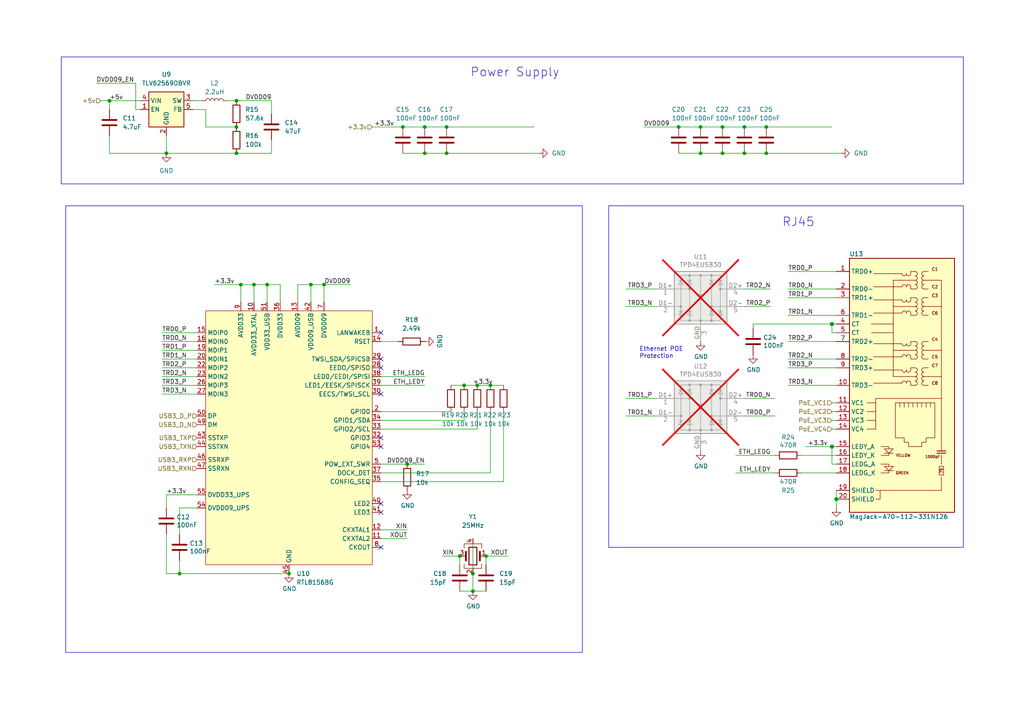
<source format=kicad_sch>
(kicad_sch (version 20250114) (generator "eeschema") (generator_version "9.0")
  (paper "A4")
  (title_block (title "Router Pi - 2.5Gb Ethernet"))
  (lib_symbols
    (symbol "CM5IO:MagJack-A70-112-331N126"
      (property "Reference" "U" (at 0 0 0))
      (property "Value" "MagJack-A70-112-331N126" (at 0 0 0))
      (symbol "MagJack-A70-112-331N126_1_1"
        (text "YELLOW" (at -4.445 17.78 0) (effects (font (size 0.762 0.762)) (justify left)))
        (text "GREEN" (at -4.445 12.7 0) (effects (font (size 0.762 0.762)) (justify left)))
        (text "1000pF" (at 6.35 17.399 0) (effects (font (size 0.762 0.762))))
        (text "C1" (at 6.985 71.755 0) (effects (font (size 0.889 0.889))))
        (text "C2" (at 6.985 66.675 0) (effects (font (size 0.889 0.889))))
        (text "C3" (at 6.985 64.135 0) (effects (font (size 0.889 0.889))))
        (text "C6" (at 6.985 59.055 0) (effects (font (size 0.889 0.889))))
        (text "C4" (at 6.985 51.435 0) (effects (font (size 0.889 0.889))))
        (text "C5" (at 6.985 46.355 0) (effects (font (size 0.889 0.889))))
        (text "C7" (at 6.985 43.815 0) (effects (font (size 0.889 0.889))))
        (text "C8" (at 6.985 38.735 0) (effects (font (size 0.889 0.889))))
        (text "75" (at 8.89 13.335 900) (effects (font (size 0.762 0.762))))
        (pin passive line (at -21.59 71.12 0) (length 3.81) (name "TRD0+") (number "1"))
        (pin passive line (at -21.59 66.04 0) (length 3.81) (name "TRD0-") (number "2"))
        (pin passive line (at -21.59 63.5 0) (length 3.81) (name "TRD1+") (number "3"))
        (pin passive line (at -21.59 58.42 0) (length 3.81) (name "TRD1-") (number "6"))
        (pin passive line (at -21.59 55.88 0) (length 3.81) (name "CT") (number "4"))
        (pin passive line (at -21.59 53.34 0) (length 3.81) (name "CT") (number "5"))
        (pin passive line (at -21.59 50.8 0) (length 3.81) (name "TRD2+") (number "7"))
        (pin passive line (at -21.59 45.72 0) (length 3.81) (name "TRD2-") (number "8"))
        (pin passive line (at -21.59 43.18 0) (length 3.81) (name "TRD3+") (number "9"))
        (pin passive line (at -21.59 38.1 0) (length 3.81) (name "TRD3-") (number "10"))
        (pin passive line (at -21.59 33.02 0) (length 3.81) (name "VC1") (number "11"))
        (pin passive line (at -21.59 30.48 0) (length 3.81) (name "VC2") (number "12"))
        (pin passive line (at -21.59 27.94 0) (length 3.81) (name "VC3") (number "13"))
        (pin passive line (at -21.59 25.4 0) (length 3.81) (name "VC4") (number "14"))
        (pin passive line (at -21.59 20.32 0) (length 3.81) (name "LEDY_A") (number "15"))
        (pin passive line (at -21.59 17.78 0) (length 3.81) (name "LEDY_K") (number "16"))
        (pin passive line (at -21.59 15.24 0) (length 3.81) (name "LEDG_A") (number "17"))
        (pin passive line (at -21.59 12.7 0) (length 3.81) (name "LEDG_K") (number "18"))
        (pin passive line (at -21.59 7.62 0) (length 3.81) (name "SHIELD") (number "19"))
        (pin passive line (at -21.59 5.08 0) (length 3.81) (name "SHIELD") (number "20"))
      )
    )
    (symbol "CM5IO:TPD4EUSB30" (pin_names (offset 0))
      (property "Reference" "U" (at -0.635 8.89 0))
      (property "Value" "TPD4EUSB30" (at 8.89 -10.16 0))
      (symbol "TPD4EUSB30_1_1"
        (pin passive line (at -12.7 2.54 0) (length 5.08) (name "D1+") (number "1"))
        (pin passive line (at -12.7 2.54 0) (length 5.08) (hide yes) (name "~") (number "10"))
        (pin passive line (at -12.7 -2.54 0) (length 5.08) (name "D1-") (number "2"))
        (pin passive line (at -12.7 -2.54 0) (length 5.08) (hide yes) (name "~") (number "9"))
        (pin power_in line (at 0 -12.7 90) (length 5.08) (name "GND") (number "3"))
        (pin passive line (at 0 -12.7 90) (length 5.08) (hide yes) (name "GND") (number "8"))
        (pin passive line (at 12.7 2.54 180) (length 5.08) (name "D2+") (number "4"))
        (pin passive line (at 12.7 2.54 180) (length 5.08) (hide yes) (name "~") (number "7"))
        (pin passive line (at 12.7 -2.54 180) (length 5.08) (name "D2-") (number "5"))
        (pin passive line (at 12.7 -2.54 180) (length 5.08) (hide yes) (name "~") (number "6"))
      )
    )
    (symbol "Device:C" (pin_numbers (hide yes)) (pin_names (offset 0.254))
      (property "Reference" "C" (at 0.635 2.54 0))
      (property "Value" "C" (at 0.635 -2.54 0))
      (symbol "C_1_1"
        (pin passive line (at 0 3.81 270) (length 2.794) (name "~") (number "1"))
        (pin passive line (at 0 -3.81 90) (length 2.794) (name "~") (number "2"))
      )
    )
    (symbol "Device:Crystal_GND24" (pin_names (offset 1.016) (hide yes))
      (property "Reference" "Y" (at 3.175 5.08 0))
      (property "Value" "Crystal_GND24" (at 3.175 3.175 0))
      (symbol "Crystal_GND24_1_1"
        (pin passive line (at -3.81 0 0) (length 1.27) (name "1") (number "1"))
        (pin passive line (at 0 5.08 270) (length 1.27) (name "2") (number "2"))
        (pin passive line (at 0 -5.08 90) (length 1.27) (name "4") (number "4"))
        (pin passive line (at 3.81 0 180) (length 1.27) (name "3") (number "3"))
      )
    )
    (symbol "Device:L" (pin_numbers (hide yes)) (pin_names (offset 1.016) (hide yes))
      (property "Reference" "L" (at -1.27 0 90))
      (property "Value" "L" (at 1.905 0 90))
      (symbol "L_1_1"
        (pin passive line (at 0 3.81 270) (length 1.27) (name "1") (number "1"))
        (pin passive line (at 0 -3.81 90) (length 1.27) (name "2") (number "2"))
      )
    )
    (symbol "Device:R" (pin_numbers (hide yes)) (pin_names (offset 0))
      (property "Reference" "R" (at 2.032 0 90))
      (property "Value" "R" (at 0 0 90))
      (symbol "R_1_1"
        (pin passive line (at 0 3.81 270) (length 1.27) (name "~") (number "1"))
        (pin passive line (at 0 -3.81 90) (length 1.27) (name "~") (number "2"))
      )
    )
    (symbol "ROUTER-PI:RTL8156B"
      (property "Reference" "U" (at 0 0 0))
      (property "Value" "RTL8156BG" (at 0 0 0))
      (symbol "RTL8156B_1_1"
        (pin bidirectional line (at -26.67 30.48 0) (length 2.54) (name "MDIP0") (number "15"))
        (pin bidirectional line (at -26.67 27.94 0) (length 2.54) (name "MDIN0") (number "16"))
        (pin bidirectional line (at -26.67 25.4 0) (length 2.54) (name "MDIP1") (number "19"))
        (pin bidirectional line (at -26.67 22.86 0) (length 2.54) (name "MDIN1") (number "20"))
        (pin bidirectional line (at -26.67 20.32 0) (length 2.54) (name "MDIP2") (number "22"))
        (pin bidirectional line (at -26.67 17.78 0) (length 2.54) (name "MDIN2") (number "23"))
        (pin bidirectional line (at -26.67 15.24 0) (length 2.54) (name "MDIP3") (number "26"))
        (pin bidirectional line (at -26.67 12.7 0) (length 2.54) (name "MDIN3") (number "27"))
        (pin bidirectional line (at -26.67 6.35 0) (length 2.54) (name "DP") (number "50"))
        (pin bidirectional line (at -26.67 3.81 0) (length 2.54) (name "DM") (number "49"))
        (pin output line (at -26.67 0 0) (length 2.54) (name "SSTXP") (number "43"))
        (pin output line (at -26.67 -2.54 0) (length 2.54) (name "SSTXN") (number "44"))
        (pin output line (at -26.67 -6.35 0) (length 2.54) (name "SSRXP") (number "46"))
        (pin output line (at -26.67 -8.89 0) (length 2.54) (name "SSRXN") (number "47"))
        (pin input line (at -26.67 -16.51 0) (length 2.54) (name "DVDD33_UPS") (number "55"))
        (pin output line (at -26.67 -20.32 0) (length 2.54) (name "DVDD09_UPS") (number "54"))
        (pin no_connect line (at -26.67 -26.67 0) (length 2.54) (hide yes) (name "NC") (number "3"))
        (pin no_connect line (at -26.67 -26.67 0) (length 2.54) (hide yes) (name "NC") (number "4"))
        (pin no_connect line (at -26.67 -26.67 0) (length 2.54) (hide yes) (name "NC") (number "6"))
        (pin input line (at -13.97 39.37 270) (length 2.54) (hide yes) (name "AVDD33") (number "17"))
        (pin input line (at -13.97 39.37 270) (length 2.54) (hide yes) (name "AVDD33") (number "21"))
        (pin input line (at -13.97 39.37 270) (length 2.54) (hide yes) (name "AVDD33") (number "25"))
        (pin input line (at -13.97 39.37 270) (length 2.54) (name "AVDD33") (number "9"))
        (pin input line (at -10.16 39.37 270) (length 2.54) (name "AVDD33_XTAL") (number "10"))
        (pin input line (at -6.35 39.37 270) (length 2.54) (name "VDD33_USB") (number "51"))
        (pin input line (at -2.54 39.37 270) (length 2.54) (name "DVDD33") (number "36"))
        (pin input line (at 0 -39.37 90) (length 2.54) (name "GND") (number "45"))
        (pin input line (at 0 -39.37 90) (length 2.54) (hide yes) (name "GND") (number "48"))
        (pin input line (at 0 -39.37 90) (length 2.54) (hide yes) (name "GND") (number "57"))
        (pin input line (at 2.54 39.37 270) (length 2.54) (name "AVDD09") (number "13"))
        (pin input line (at 2.54 39.37 270) (length 2.54) (hide yes) (name "AVDD09") (number "18"))
        (pin input line (at 2.54 39.37 270) (length 2.54) (hide yes) (name "AVDD09") (number "24"))
        (pin input line (at 6.35 39.37 270) (length 2.54) (name "VDD09_USB") (number "42"))
        (pin input line (at 6.35 39.37 270) (length 2.54) (hide yes) (name "VDD09_USB") (number "52"))
        (pin input line (at 10.16 39.37 270) (length 2.54) (hide yes) (name "DVDD09") (number "31"))
        (pin input line (at 10.16 39.37 270) (length 2.54) (hide yes) (name "DVDD09") (number "56"))
        (pin input line (at 10.16 39.37 270) (length 2.54) (name "DVDD09") (number "7"))
        (pin open_collector line (at 26.67 30.48 180) (length 2.54) (name "LANWAKEB") (number "1"))
        (pin input line (at 26.67 27.94 180) (length 2.54) (name "RSET") (number "14"))
        (pin bidirectional line (at 26.67 22.86 180) (length 2.54) (name "TWSI_SDA/SPICSB") (number "29"))
        (pin bidirectional line (at 26.67 20.32 180) (length 2.54) (name "EEDO/SPISO") (number "28"))
        (pin bidirectional line (at 26.67 17.78 180) (length 2.54) (name "LED0/EEDI/SPISI") (number "38"))
        (pin bidirectional line (at 26.67 15.24 180) (length 2.54) (name "LED1/EESK/SPISCK") (number "39"))
        (pin bidirectional line (at 26.67 12.7 180) (length 2.54) (name "EECS/TWSI_SCL") (number "30"))
        (pin bidirectional line (at 26.67 7.62 180) (length 2.54) (name "GPIO0") (number "2"))
        (pin bidirectional line (at 26.67 5.08 180) (length 2.54) (name "GPIO1/SDA") (number "34"))
        (pin bidirectional line (at 26.67 2.54 180) (length 2.54) (name "GPIO2/SCL") (number "33"))
        (pin bidirectional line (at 26.67 0 180) (length 2.54) (name "GPIO3") (number "32"))
        (pin bidirectional line (at 26.67 -2.54 180) (length 2.54) (name "GPIO4") (number "53"))
        (pin output line (at 26.67 -7.62 180) (length 2.54) (name "POW_EXT_SWR") (number "5"))
        (pin input line (at 26.67 -10.16 180) (length 2.54) (name "DOCK_DET") (number "37"))
        (pin input line (at 26.67 -12.7 180) (length 2.54) (name "CONFIG_SEQ") (number "35"))
        (pin output line (at 26.67 -19.05 180) (length 2.54) (name "LED2") (number "40"))
        (pin output line (at 26.67 -21.59 180) (length 2.54) (name "LED3") (number "41"))
        (pin input line (at 26.67 -26.67 180) (length 2.54) (name "CKXTAL1") (number "12"))
        (pin input line (at 26.67 -29.21 180) (length 2.54) (name "CKXTAL2") (number "11"))
        (pin output line (at 26.67 -31.75 180) (length 2.54) (name "CKOUT") (number "8"))
      )
    )
    (symbol "Regulator_Switching:TLV62569DBV"
      (property "Reference" "U" (at -5.08 6.35 0))
      (property "Value" "TLV62569DBV" (at 0 6.35 0))
      (symbol "TLV62569DBV_1_1"
        (pin power_in line (at -7.62 2.54 0) (length 2.54) (name "VIN") (number "4"))
        (pin input line (at -7.62 0 0) (length 2.54) (name "EN") (number "1"))
        (pin power_in line (at 0 -7.62 90) (length 2.54) (name "GND") (number "2"))
        (pin power_out line (at 7.62 2.54 180) (length 2.54) (name "SW") (number "3"))
        (pin input line (at 7.62 0 180) (length 2.54) (name "FB") (number "5"))
      )
    )
    (symbol "power:GND" (power) (pin_numbers (hide yes)) (pin_names (offset 0) (hide yes))
      (property "Value" "GND" (at 0 -3.81 0))
      (symbol "GND_1_1"
        (pin power_in line (at 0 0 270) (length 0) (name "~") (number "1"))
      )
    )
  )
  (rectangle (start 17.78 16.51) (end 279.4 53.34))
  (rectangle (start 19.05 59.69) (end 168.91 189.23))
  (rectangle (start 176.53 59.69) (end 279.4 158.75))
  (text "Power Supply" (at 149.352 21.082 0) (effects (font (size 2.54 2.54))))
  (text "Ethernet POE\nProtection" (at 185.42 104.14 0) (effects (font (size 1.27 1.27)) (justify left bottom)))
  (text "RJ45" (at 226.822 66.04 0) (effects (font (size 2.54 2.54)) (justify left bottom)))
  (junction (at 118.11 134.62))
  (junction (at 123.19 44.45))
  (junction (at 142.24 111.76))
  (junction (at 83.82 166.37))
  (junction (at 116.84 36.83))
  (junction (at 138.43 111.76))
  (junction (at 222.25 44.45))
  (junction (at 73.66 82.55))
  (junction (at 129.54 36.83))
  (junction (at 134.62 111.76))
  (junction (at 196.85 36.83))
  (junction (at 222.25 36.83))
  (junction (at 77.47 82.55))
  (junction (at 93.98 82.55))
  (junction (at 68.58 44.45))
  (junction (at 140.97 161.29))
  (junction (at 31.75 29.21))
  (junction (at 137.16 166.37))
  (junction (at 52.07 166.37))
  (junction (at 68.58 36.83))
  (junction (at 242.57 144.78) (diameter 1.016))
  (junction (at 137.16 171.45))
  (junction (at 241.3 93.98) (diameter 1.016))
  (junction (at 133.35 161.29))
  (junction (at 68.58 29.21))
  (junction (at 90.17 82.55))
  (junction (at 123.19 36.83))
  (junction (at 48.26 44.45))
  (junction (at 209.55 36.83))
  (junction (at 69.85 82.55))
  (junction (at 203.2 36.83))
  (junction (at 241.3 129.54) (diameter 1.016))
  (junction (at 203.2 44.45))
  (junction (at 129.54 44.45))
  (junction (at 209.55 44.45))
  (junction (at 215.9 44.45))
  (junction (at 215.9 36.83))
  (no_connect (at 110.49 129.54))
  (no_connect (at 110.49 104.14))
  (no_connect (at 110.49 127))
  (no_connect (at 110.49 148.59))
  (no_connect (at 110.49 114.3))
  (no_connect (at 110.49 146.05))
  (no_connect (at 110.49 158.75))
  (no_connect (at 110.49 106.68))
  (no_connect (at 110.49 96.52))
  (wire (pts (xy 52.07 154.94) (xy 52.07 147.32)))
  (wire (pts (xy 215.9 120.65) (xy 224.79 120.65)))
  (wire (pts (xy 203.2 44.45) (xy 209.55 44.45)))
  (wire (pts (xy 52.07 162.56) (xy 52.07 166.37)))
  (wire (pts (xy 78.74 44.45) (xy 68.58 44.45)))
  (wire (pts (xy 137.16 166.37) (xy 137.16 171.45)))
  (wire (pts (xy 31.75 29.21) (xy 40.64 29.21)))
  (wire (pts (xy 57.15 143.51) (xy 48.26 143.51)))
  (wire (pts (xy 110.49 109.22) (xy 123.19 109.22)))
  (wire (pts (xy 134.62 121.92) (xy 110.49 121.92)))
  (wire (pts (xy 222.25 36.83) (xy 241.3 36.83)))
  (wire (pts (xy 228.6 106.68) (xy 242.57 106.68)))
  (wire (pts (xy 146.05 119.38) (xy 146.05 139.7)))
  (wire (pts (xy 129.54 44.45) (xy 156.21 44.45)))
  (wire (pts (xy 118.11 156.21) (xy 110.49 156.21)))
  (wire (pts (xy 146.05 139.7) (xy 110.49 139.7)))
  (wire (pts (xy 46.99 109.22) (xy 57.15 109.22)))
  (wire (pts (xy 31.75 44.45) (xy 48.26 44.45)))
  (wire (pts (xy 93.98 82.55) (xy 101.6 82.55)))
  (wire (pts (xy 48.26 44.45) (xy 48.26 39.37)))
  (wire (pts (xy 242.57 134.62) (xy 241.3 134.62)))
  (wire (pts (xy 242.57 144.78) (xy 242.57 147.32)))
  (wire (pts (xy 81.28 87.63) (xy 81.28 82.55)))
  (wire (pts (xy 77.47 82.55) (xy 81.28 82.55)))
  (wire (pts (xy 215.9 83.82) (xy 223.52 83.82)))
  (wire (pts (xy 86.36 87.63) (xy 86.36 82.55)))
  (wire (pts (xy 242.57 93.98) (xy 241.3 93.98)))
  (wire (pts (xy 196.85 36.83) (xy 203.2 36.83)))
  (wire (pts (xy 73.66 82.55) (xy 73.66 87.63)))
  (wire (pts (xy 46.99 101.6) (xy 57.15 101.6)))
  (wire (pts (xy 90.17 82.55) (xy 93.98 82.55)))
  (wire (pts (xy 190.5 120.65) (xy 181.61 120.65)))
  (wire (pts (xy 209.55 44.45) (xy 215.9 44.45)))
  (wire (pts (xy 241.3 116.84) (xy 242.57 116.84)))
  (wire (pts (xy 133.35 161.29) (xy 133.35 163.83)))
  (wire (pts (xy 69.85 82.55) (xy 69.85 87.63)))
  (wire (pts (xy 27.94 24.13) (xy 39.37 24.13)))
  (wire (pts (xy 138.43 124.46) (xy 110.49 124.46)))
  (wire (pts (xy 116.84 44.45) (xy 123.19 44.45)))
  (wire (pts (xy 215.9 88.9) (xy 223.52 88.9)))
  (wire (pts (xy 213.36 132.08) (xy 224.79 132.08)))
  (wire (pts (xy 29.21 29.21) (xy 31.75 29.21)))
  (wire (pts (xy 228.6 78.74) (xy 242.57 78.74)))
  (wire (pts (xy 46.99 106.68) (xy 57.15 106.68)))
  (wire (pts (xy 228.6 86.36) (xy 242.57 86.36)))
  (wire (pts (xy 48.26 166.37) (xy 52.07 166.37)))
  (wire (pts (xy 241.3 129.54) (xy 242.57 129.54)))
  (wire (pts (xy 110.49 119.38) (xy 130.81 119.38)))
  (wire (pts (xy 137.16 156.21) (xy 137.16 166.37)))
  (wire (pts (xy 209.55 36.83) (xy 215.9 36.83)))
  (wire (pts (xy 77.47 82.55) (xy 77.47 87.63)))
  (wire (pts (xy 46.99 111.76) (xy 57.15 111.76)))
  (wire (pts (xy 68.58 29.21) (xy 66.04 29.21)))
  (wire (pts (xy 232.41 137.16) (xy 242.57 137.16)))
  (wire (pts (xy 58.42 29.21) (xy 55.88 29.21)))
  (wire (pts (xy 241.3 134.62) (xy 241.3 129.54)))
  (wire (pts (xy 52.07 147.32) (xy 57.15 147.32)))
  (wire (pts (xy 52.07 166.37) (xy 83.82 166.37)))
  (wire (pts (xy 78.74 33.02) (xy 78.74 29.21)))
  (wire (pts (xy 140.97 161.29) (xy 140.97 163.83)))
  (wire (pts (xy 107.95 36.83) (xy 116.84 36.83)))
  (wire (pts (xy 39.37 31.75) (xy 40.64 31.75)))
  (wire (pts (xy 46.99 96.52) (xy 57.15 96.52)))
  (wire (pts (xy 215.9 44.45) (xy 222.25 44.45)))
  (wire (pts (xy 138.43 119.38) (xy 138.43 124.46)))
  (wire (pts (xy 59.69 31.75) (xy 59.69 36.83)))
  (wire (pts (xy 48.26 154.94) (xy 48.26 166.37)))
  (wire (pts (xy 181.61 83.82) (xy 190.5 83.82)))
  (wire (pts (xy 228.6 83.82) (xy 242.57 83.82)))
  (wire (pts (xy 142.24 119.38) (xy 142.24 137.16)))
  (wire (pts (xy 215.9 36.83) (xy 222.25 36.83)))
  (wire (pts (xy 228.6 111.76) (xy 242.57 111.76)))
  (wire (pts (xy 116.84 36.83) (xy 123.19 36.83)))
  (wire (pts (xy 241.3 96.52) (xy 241.3 93.98)))
  (wire (pts (xy 93.98 82.55) (xy 93.98 87.63)))
  (wire (pts (xy 48.26 143.51) (xy 48.26 147.32)))
  (wire (pts (xy 129.54 36.83) (xy 154.94 36.83)))
  (wire (pts (xy 46.99 99.06) (xy 57.15 99.06)))
  (wire (pts (xy 123.19 36.83) (xy 129.54 36.83)))
  (wire (pts (xy 78.74 40.64) (xy 78.74 44.45)))
  (wire (pts (xy 130.81 111.76) (xy 134.62 111.76)))
  (wire (pts (xy 142.24 111.76) (xy 146.05 111.76)))
  (wire (pts (xy 118.11 134.62) (xy 110.49 134.62)))
  (wire (pts (xy 46.99 114.3) (xy 57.15 114.3)))
  (wire (pts (xy 228.6 99.06) (xy 242.57 99.06)))
  (wire (pts (xy 181.61 115.57) (xy 190.5 115.57)))
  (wire (pts (xy 62.23 82.55) (xy 69.85 82.55)))
  (wire (pts (xy 123.19 134.62) (xy 118.11 134.62)))
  (wire (pts (xy 86.36 82.55) (xy 90.17 82.55)))
  (wire (pts (xy 218.44 93.98) (xy 241.3 93.98)))
  (wire (pts (xy 228.6 91.44) (xy 242.57 91.44)))
  (wire (pts (xy 138.43 111.76) (xy 142.24 111.76)))
  (wire (pts (xy 196.85 36.83) (xy 186.69 36.83)))
  (wire (pts (xy 133.35 171.45) (xy 137.16 171.45)))
  (wire (pts (xy 215.9 115.57) (xy 224.79 115.57)))
  (wire (pts (xy 196.85 44.45) (xy 203.2 44.45)))
  (wire (pts (xy 241.3 119.38) (xy 242.57 119.38)))
  (wire (pts (xy 31.75 39.37) (xy 31.75 44.45)))
  (wire (pts (xy 222.25 44.45) (xy 243.84 44.45)))
  (wire (pts (xy 110.49 111.76) (xy 123.19 111.76)))
  (wire (pts (xy 73.66 82.55) (xy 77.47 82.55)))
  (wire (pts (xy 228.6 104.14) (xy 242.57 104.14)))
  (wire (pts (xy 78.74 29.21) (xy 68.58 29.21)))
  (wire (pts (xy 232.41 132.08) (xy 242.57 132.08)))
  (wire (pts (xy 137.16 171.45) (xy 140.97 171.45)))
  (wire (pts (xy 203.2 36.83) (xy 209.55 36.83)))
  (wire (pts (xy 48.26 44.45) (xy 68.58 44.45)))
  (wire (pts (xy 90.17 82.55) (xy 90.17 87.63)))
  (wire (pts (xy 233.68 129.54) (xy 241.3 129.54)))
  (wire (pts (xy 140.97 161.29) (xy 147.32 161.29)))
  (wire (pts (xy 181.61 88.9) (xy 190.5 88.9)))
  (wire (pts (xy 241.3 124.46) (xy 242.57 124.46)))
  (wire (pts (xy 69.85 82.55) (xy 73.66 82.55)))
  (wire (pts (xy 128.27 161.29) (xy 133.35 161.29)))
  (wire (pts (xy 218.44 95.25) (xy 218.44 93.98)))
  (wire (pts (xy 123.19 44.45) (xy 129.54 44.45)))
  (wire (pts (xy 213.36 137.16) (xy 224.79 137.16)))
  (wire (pts (xy 134.62 119.38) (xy 134.62 121.92)))
  (wire (pts (xy 110.49 99.06) (xy 115.57 99.06)))
  (wire (pts (xy 59.69 36.83) (xy 68.58 36.83)))
  (wire (pts (xy 241.3 121.92) (xy 242.57 121.92)))
  (wire (pts (xy 142.24 137.16) (xy 110.49 137.16)))
  (wire (pts (xy 242.57 96.52) (xy 241.3 96.52)))
  (wire (pts (xy 39.37 24.13) (xy 39.37 31.75)))
  (wire (pts (xy 118.11 153.67) (xy 110.49 153.67)))
  (wire (pts (xy 31.75 31.75) (xy 31.75 29.21)))
  (wire (pts (xy 46.99 104.14) (xy 57.15 104.14)))
  (wire (pts (xy 134.62 111.76) (xy 138.43 111.76)))
  (wire (pts (xy 55.88 31.75) (xy 59.69 31.75)))
  (wire (pts (xy 242.57 142.24) (xy 242.57 144.78)))
  (label "TRD3_N" (at 46.99 114.3 0))
  (label "TRD0_P" (at 228.6 78.74 0))
  (label "TRD0_N" (at 223.52 115.57 180))
  (label "XOUT" (at 147.32 161.29 180))
  (label "ETH_LEDG" (at 123.19 109.22 180))
  (label "+3.3v" (at 137.16 111.76 0))
  (label "DVDD09" (at 78.74 29.21 180))
  (label "XIN" (at 118.11 153.67 180))
  (label "TRD0_N" (at 228.6 83.82 0))
  (label "+3.3v" (at 48.26 143.51 0))
  (label "DVDD09" (at 101.6 82.55 180))
  (label "TRD2_P" (at 46.99 106.68 0))
  (label "TRD0_P" (at 223.52 120.65 180))
  (label "TRD1_P" (at 189.23 115.57 180))
  (label "TRD2_N" (at 46.99 109.22 0))
  (label "TRD3_P" (at 189.23 83.82 180))
  (label "TRD0_N" (at 46.99 99.06 0))
  (label "TRD1_N" (at 189.23 120.65 180))
  (label "TRD0_P" (at 46.99 96.52 0))
  (label "+3.3v" (at 240.03 129.54 180))
  (label "TRD1_P" (at 46.99 101.6 0))
  (label "TRD2_P" (at 228.6 99.06 0))
  (label "TRD2_P" (at 223.52 88.9 180))
  (label "DVDD09_EN" (at 123.19 134.62 180))
  (label "TRD3_N" (at 189.23 88.9 180))
  (label "TRD3_P" (at 228.6 106.68 0))
  (label "TRD3_P" (at 46.99 111.76 0))
  (label "ETH_LEDY" (at 223.52 137.16 180))
  (label "TRD1_N" (at 46.99 104.14 0))
  (label "XOUT" (at 118.11 156.21 180))
  (label "TRD2_N" (at 228.6 104.14 0))
  (label "DVDD09" (at 186.69 36.83 0))
  (label "XIN" (at 128.27 161.29 0))
  (label "TRD1_N" (at 228.6 91.44 0))
  (label "DVDD09_EN" (at 27.94 24.13 0))
  (label "ETH_LEDG" (at 223.52 132.08 180))
  (label "TRD2_N" (at 223.52 83.82 180))
  (label "TRD3_N" (at 228.6 111.76 0))
  (label "+3.3v" (at 62.23 82.55 0))
  (label "+3.3v" (at 114.3 36.83 180))
  (label "TRD1_P" (at 228.6 86.36 0))
  (label "+5v" (at 31.75 29.21 0))
  (label "ETH_LEDY" (at 123.19 111.76 180))
  (hierarchical_label "USB3_TXN" (shape input) (at 57.15 129.54 180))
  (hierarchical_label "USB3_RXN" (shape input) (at 57.15 135.89 180))
  (hierarchical_label "USB3_TXP" (shape input) (at 57.15 127 180))
  (hierarchical_label "PoE_VC4" (shape input) (at 241.3 124.46 180))
  (hierarchical_label "PoE_VC2" (shape input) (at 241.3 119.38 180))
  (hierarchical_label "USB3_D_P" (shape input) (at 57.15 120.65 180))
  (hierarchical_label "PoE_VC1" (shape input) (at 241.3 116.84 180))
  (hierarchical_label "USB3_D_N" (shape input) (at 57.15 123.19 180))
  (hierarchical_label "+5v" (shape input) (at 29.21 29.21 180))
  (hierarchical_label "USB3_RXP" (shape input) (at 57.15 133.35 180))
  (hierarchical_label "+3.3v" (shape input) (at 107.95 36.83 180))
  (hierarchical_label "PoE_VC3" (shape input) (at 241.3 121.92 180))
  (symbol (lib_id "power:GND") (at 137.16 171.45 0) (unit 1)
    (property "Reference" "#PWR028" (effects (hide yes)))
    (property "Value" "GND" (at 137.287 175.8442 0))
    (property "Description" "Power symbol creates a global label with name \"GND\" , ground" (effects (hide yes)))
    (instances (project "CM5IO" (path "" (reference "#PWR028") (unit 1)) (path "" (reference "#PWR?") (unit 1))))
  )
  (symbol (lib_id "power:GND") (at 203.2 99.06 0) (unit 1)
    (property "Reference" "#PWR030" (effects (hide yes)))
    (property "Value" "GND" (at 203.327 103.4542 0))
    (property "Description" "Power symbol creates a global label with name \"GND\" , ground" (effects (hide yes)))
    (instances (project "CM5IO" (path "" (reference "#PWR030") (unit 1)) (path "" (reference "#PWR?") (unit 1))))
  )
  (symbol (lib_id "Device:C") (at 218.44 99.06 0) (unit 1)
    (property "Reference" "C24" (at 221.361 97.8916 0) (effects (justify left)))
    (property "Value" "100nF" (at 221.361 100.203 0) (effects (justify left)))
    (property "Footprint" "Capacitor_SMD:C_0603_1608Metric_Pad1.08x0.95mm_HandSolder" (effects (hide yes)))
    (property "Datasheet" "https://search.murata.co.jp/Ceramy/image/img/A01X/G101/ENG/GRM155R71C104KA88-01.pdf" (effects (hide yes)))
    (property "Field4" "Farnell" (effects (hide yes)))
    (property "Field5" "2611911" (effects (hide yes)))
    (property "Field6" "RM EMK105 B7104KV-F" (effects (hide yes)))
    (property "Field7" "TAIYO YUDEN EUROPE GMBH" (effects (hide yes)))
    (property "Part Description" "	0.1uF 10% 16V Ceramic Capacitor X7R 0402 (1005 Metric)" (effects (hide yes)))
    (property "Field8" "110091611" (effects (hide yes)))
    (instances (project "CM5IO" (path "" (reference "C24") (unit 1)) (path "" (reference "C?") (unit 1))))
  )
  (symbol (lib_id "Device:C") (at 222.25 40.64 0) (unit 1)
    (property "Reference" "C25" (at 220.218 31.75 0) (effects (justify left)))
    (property "Value" "100nF" (at 220.218 34.29 0) (effects (justify left)))
    (property "Footprint" "Capacitor_SMD:C_0603_1608Metric_Pad1.08x0.95mm_HandSolder" (effects (hide yes)))
    (property "Description" "Unpolarized capacitor" (effects (hide yes)))
    (instances (project "CM5IO" (path "" (reference "C25") (unit 1)) (path "" (reference "C?") (unit 1))))
  )
  (symbol (lib_id "Device:Crystal_GND24") (at 137.16 161.29 180) (unit 1)
    (property "Reference" "Y1" (at 137.16 149.86 0))
    (property "Value" "25MHz" (at 137.16 152.4 0))
    (property "Footprint" "Crystal:Crystal_SMD_3225-4Pin_3.2x2.5mm" (effects (hide yes)))
    (property "Description" "Four pin crystal, GND on pins 2 and 4" (effects (hide yes)))
    (instances (project "" (path "" (reference "Y1") (unit 1)) (path "" (reference "Y?") (unit 1))))
  )
  (symbol (lib_id "CM5IO:MagJack-A70-112-331N126") (at 264.16 149.86 0) (unit 1)
    (property "Reference" "U13" (at 246.38 73.66 0) (effects (justify left)))
    (property "Value" "MagJack-A70-112-331N126" (at 246.38 149.86 0) (effects (justify left)))
    (property "Footprint" "CM5IO:TRJG0926HENL" (effects (hide yes)))
    (property "Datasheet" "https://p.globalsources.com/IMAGES/PDT/SPEC/690/K1160305690.pdf" (effects (hide yes)))
    (property "Field6" "TRJG0926HENL" (effects (hide yes)))
    (property "Field7" "Trxcon" (effects (hide yes)))
    (property "Field8" "UCON00900" (effects (hide yes)))
    (property "Part Description" "Gigabit Ethernet Magjack" (effects (hide yes)))
    (property "Field5" "TRJG0926HENL" (effects (hide yes)))
    (instances (project "CM5IO" (path "" (reference "U13") (unit 1)) (path "" (reference "U?") (unit 1))))
  )
  (symbol (lib_id "Device:C") (at 129.54 40.64 0) (unit 1)
    (property "Reference" "C17" (at 127.508 31.75 0) (effects (justify left)))
    (property "Value" "100nF" (at 127.508 34.29 0) (effects (justify left)))
    (property "Footprint" "Capacitor_SMD:C_0603_1608Metric_Pad1.08x0.95mm_HandSolder" (effects (hide yes)))
    (property "Description" "Unpolarized capacitor" (effects (hide yes)))
    (instances (project "CM5IO" (path "" (reference "C17") (unit 1)) (path "" (reference "C?") (unit 1))))
  )
  (symbol (lib_id "power:GND") (at 48.26 44.45 0) (unit 1)
    (property "Reference" "#PWR024" (effects (hide yes)))
    (property "Value" "GND" (at 48.26 49.53 0))
    (property "Description" "Power symbol creates a global label with name \"GND\" , ground" (effects (hide yes)))
    (instances (project "" (path "" (reference "#PWR024") (unit 1)) (path "" (reference "#PWR?") (unit 1))))
  )
  (symbol (lib_id "Device:L") (at 62.23 29.21 90) (unit 1)
    (property "Reference" "L2" (at 62.23 24.13 90))
    (property "Value" "2.2uH" (at 62.23 26.67 90))
    (property "Footprint" "CM5IO:L_Bourns_SRP5030CC" (effects (hide yes)))
    (property "Datasheet" "https://abracon.com/Magnetics/power/ASPI-0530HI.pdf" (effects (hide yes)))
    (property "Description" "Inductor" (effects (hide yes)))
    (instances (project "" (path "" (reference "L2") (unit 1)) (path "" (reference "L?") (unit 1))))
  )
  (symbol (lib_id "Device:R") (at 228.6 132.08 270) (unit 1)
    (property "Reference" "R24" (at 228.6 126.8222 90))
    (property "Value" "470R" (at 228.6 129.1336 90))
    (property "Footprint" "Resistor_SMD:R_0603_1608Metric_Pad0.98x0.95mm_HandSolder" (effects (hide yes)))
    (property "Datasheet" "https://fscdn.rohm.com/en/products/databook/datasheet/passive/resistor/chip_resistor/mcr-e.pdf" (effects (hide yes)))
    (property "Field4" "Farnell" (effects (hide yes)))
    (property "Field5" "9239197" (effects (hide yes)))
    (property "Field7" "KOA EUROPE GMBH" (effects (hide yes)))
    (property "Field6" "RK73G1ETQTP4700D         " (effects (hide yes)))
    (property "Field8" "120887981" (effects (hide yes)))
    (property "Part Description" "Resistor 470R M1005 1% 63mW" (effects (hide yes)))
    (instances (project "CM5IO" (path "" (reference "R24") (unit 1)) (path "" (reference "R?") (unit 1))))
  )
  (symbol (lib_id "Device:C") (at 116.84 40.64 0) (unit 1)
    (property "Reference" "C15" (at 114.808 31.75 0) (effects (justify left)))
    (property "Value" "100nF" (at 114.808 34.29 0) (effects (justify left)))
    (property "Footprint" "Capacitor_SMD:C_0603_1608Metric_Pad1.08x0.95mm_HandSolder" (effects (hide yes)))
    (property "Description" "Unpolarized capacitor" (effects (hide yes)))
    (instances (project "CM5IO" (path "" (reference "C15") (unit 1)) (path "" (reference "C?") (unit 1))))
  )
  (symbol (lib_id "Device:C") (at 78.74 36.83 0) (unit 1)
    (property "Reference" "C14" (at 82.55 35.5599 0) (effects (justify left)))
    (property "Value" "47uF" (at 82.55 38.0999 0) (effects (justify left)))
    (property "Footprint" "Capacitor_SMD:C_0805_2012Metric" (effects (hide yes)))
    (property "Description" "Unpolarized capacitor" (effects (hide yes)))
    (instances (project "" (path "" (reference "C14") (unit 1)) (path "" (reference "C?") (unit 1))))
  )
  (symbol (lib_id "Device:R") (at 146.05 115.57 0) (unit 1)
    (property "Reference" "R23" (at 144.272 120.396 0) (effects (justify left)))
    (property "Value" "10k" (at 144.272 122.936 0) (effects (justify left)))
    (property "Footprint" "Resistor_SMD:R_0603_1608Metric_Pad0.98x0.95mm_HandSolder" (effects (hide yes)))
    (property "Description" "Resistor" (effects (hide yes)))
    (instances (project "CM5IO" (path "" (reference "R23") (unit 1)) (path "" (reference "R?") (unit 1))))
  )
  (symbol (lib_id "Device:C") (at 209.55 40.64 0) (unit 1)
    (property "Reference" "C22" (at 207.518 31.75 0) (effects (justify left)))
    (property "Value" "100nF" (at 207.518 34.29 0) (effects (justify left)))
    (property "Footprint" "Capacitor_SMD:C_0603_1608Metric_Pad1.08x0.95mm_HandSolder" (effects (hide yes)))
    (property "Description" "Unpolarized capacitor" (effects (hide yes)))
    (instances (project "CM5IO" (path "" (reference "C22") (unit 1)) (path "" (reference "C?") (unit 1))))
  )
  (symbol (lib_id "Device:R") (at 142.24 115.57 0) (mirror y) (unit 1)
    (property "Reference" "R22" (at 144.018 120.396 0) (effects (justify left)))
    (property "Value" "10k" (at 144.018 122.936 0) (effects (justify left)))
    (property "Footprint" "Resistor_SMD:R_0603_1608Metric_Pad0.98x0.95mm_HandSolder" (effects (hide yes)))
    (property "Description" "Resistor" (effects (hide yes)))
    (instances (project "CM5IO" (path "" (reference "R22") (unit 1)) (path "" (reference "R?") (unit 1))))
  )
  (symbol (lib_id "Device:R") (at 134.62 115.57 0) (mirror y) (unit 1)
    (property "Reference" "R20" (at 135.89 120.396 0) (effects (justify left)))
    (property "Value" "10k" (at 135.89 122.936 0) (effects (justify left)))
    (property "Footprint" "Resistor_SMD:R_0603_1608Metric_Pad0.98x0.95mm_HandSolder" (effects (hide yes)))
    (property "Description" "Resistor" (effects (hide yes)))
    (instances (project "CM5IO" (path "" (reference "R20") (unit 1)) (path "" (reference "R?") (unit 1))))
  )
  (symbol (lib_id "power:GND") (at 218.44 102.87 0) (unit 1)
    (property "Reference" "#PWR032" (effects (hide yes)))
    (property "Value" "GND" (at 218.567 107.2642 0))
    (property "Description" "Power symbol creates a global label with name \"GND\" , ground" (effects (hide yes)))
    (instances (project "CM5IO" (path "" (reference "#PWR032") (unit 1)) (path "" (reference "#PWR?") (unit 1))))
  )
  (symbol (lib_id "ROUTER-PI:RTL8156B") (at 83.82 127 0) (unit 1)
    (property "Reference" "U10" (at 85.9633 166.37 0) (effects (justify left)))
    (property "Value" "RTL8156BG" (at 85.9633 168.91 0) (effects (justify left)))
    (property "Footprint" "RouterPi:QFN-56_EP_6x6_Pitch0.35mm" (effects (hide yes)))
    (instances (project "" (path "" (reference "U10") (unit 1)) (path "" (reference "U?") (unit 1))))
  )
  (symbol (lib_id "CM5IO:TPD4EUSB30") (at 203.2 118.11 0) (unit 1) (exclude_from_sim yes) (in_bom no) (on_board no) (dnp yes)
    (property "Reference" "U12" (at 203.2 106.2482 0))
    (property "Value" "TPD4EUSB30" (at 203.2 108.5596 0))
    (property "Footprint" "Package_SON:USON-10_2.5x1.0mm_P0.5mm" (effects (hide yes)))
    (property "Datasheet" "http://www.ti.com/lit/ds/symlink/tpd2eusb30a.pdf" (effects (hide yes)))
    (property "Field4" "Farnell" (effects (hide yes)))
    (property "Field5" "2335455" (effects (hide yes)))
    (property "Field6" "CDDFN10-3324P-13" (effects (hide yes)))
    (property "Field7" "Bourns" (effects (hide yes)))
    (property "Field8" "UDIO00346" (effects (hide yes)))
    (property "Part Description" "Quad TVS diode for high speed signals (USB3, GigE etc.)" (effects (hide yes)))
    (instances (project "CM5IO" (path "" (reference "U12") (unit 1)) (path "" (reference "U?") (unit 1))))
  )
  (symbol (lib_id "CM5IO:TPD4EUSB30") (at 203.2 86.36 0) (unit 1) (exclude_from_sim yes) (in_bom no) (on_board no) (dnp yes)
    (property "Reference" "U11" (at 203.2 74.4982 0))
    (property "Value" "TPD4EUSB30" (at 203.2 76.8096 0))
    (property "Footprint" "Package_SON:USON-10_2.5x1.0mm_P0.5mm" (effects (hide yes)))
    (property "Datasheet" "http://www.ti.com/lit/ds/symlink/tpd2eusb30a.pdf" (effects (hide yes)))
    (property "Field4" "Farnell" (effects (hide yes)))
    (property "Field5" "2335455" (effects (hide yes)))
    (property "Field6" "CDDFN10-3324P-13" (effects (hide yes)))
    (property "Field7" "Bourns" (effects (hide yes)))
    (property "Field8" "UDIO00346" (effects (hide yes)))
    (property "Part Description" "Quad TVS diode for high speed signals (USB3, GigE etc.)" (effects (hide yes)))
    (instances (project "CM5IO" (path "" (reference "U11") (unit 1)) (path "" (reference "U?") (unit 1))))
  )
  (symbol (lib_id "Device:R") (at 68.58 33.02 0) (unit 1)
    (property "Reference" "R15" (at 71.12 31.7499 0) (effects (justify left)))
    (property "Value" "57.6k" (at 71.12 34.2899 0) (effects (justify left)))
    (property "Footprint" "Resistor_SMD:R_0603_1608Metric_Pad0.98x0.95mm_HandSolder" (effects (hide yes)))
    (property "Description" "Resistor" (effects (hide yes)))
    (instances (project "" (path "" (reference "R15") (unit 1)) (path "" (reference "R?") (unit 1))))
  )
  (symbol (lib_id "Device:R") (at 130.81 115.57 0) (mirror y) (unit 1)
    (property "Reference" "R19" (at 131.826 120.396 0) (effects (justify left)))
    (property "Value" "10k" (at 131.826 122.936 0) (effects (justify left)))
    (property "Footprint" "Resistor_SMD:R_0603_1608Metric_Pad0.98x0.95mm_HandSolder" (effects (hide yes)))
    (property "Description" "Resistor" (effects (hide yes)))
    (instances (project "CM5IO" (path "" (reference "R19") (unit 1)) (path "" (reference "R?") (unit 1))))
  )
  (symbol (lib_id "power:GND") (at 83.82 166.37 0) (unit 1)
    (property "Reference" "#PWR025" (effects (hide yes)))
    (property "Value" "GND" (at 83.947 170.7642 0))
    (property "Description" "Power symbol creates a global label with name \"GND\" , ground" (effects (hide yes)))
    (instances (project "CM5IO" (path "" (reference "#PWR025") (unit 1)) (path "" (reference "#PWR?") (unit 1))))
  )
  (symbol (lib_id "Device:C") (at 31.75 35.56 0) (unit 1)
    (property "Reference" "C11" (at 35.56 34.2899 0) (effects (justify left)))
    (property "Value" "4.7uF" (at 35.56 36.8299 0) (effects (justify left)))
    (property "Footprint" "Capacitor_SMD:C_0805_2012Metric" (effects (hide yes)))
    (property "Description" "Unpolarized capacitor" (effects (hide yes)))
    (instances (project "" (path "" (reference "C11") (unit 1)) (path "" (reference "C?") (unit 1))))
  )
  (symbol (lib_id "power:GND") (at 242.57 147.32 0) (unit 1)
    (property "Reference" "#PWR033" (effects (hide yes)))
    (property "Value" "GND" (at 242.697 151.7142 0))
    (property "Description" "Power symbol creates a global label with name \"GND\" , ground" (effects (hide yes)))
    (instances (project "CM5IO" (path "" (reference "#PWR033") (unit 1)) (path "" (reference "#PWR?") (unit 1))))
  )
  (symbol (lib_id "power:GND") (at 123.19 99.06 90) (unit 1)
    (property "Reference" "#PWR027" (effects (hide yes)))
    (property "Value" "GND" (at 127.5842 98.933 0))
    (property "Description" "Power symbol creates a global label with name \"GND\" , ground" (effects (hide yes)))
    (instances (project "CM5IO" (path "" (reference "#PWR027") (unit 1)) (path "" (reference "#PWR?") (unit 1))))
  )
  (symbol (lib_id "power:GND") (at 156.21 44.45 90) (unit 1)
    (property "Reference" "#PWR029" (effects (hide yes)))
    (property "Value" "GND" (at 160.02 44.4499 90) (effects (justify right)))
    (property "Description" "Power symbol creates a global label with name \"GND\" , ground" (effects (hide yes)))
    (instances (project "CM5IO" (path "" (reference "#PWR029") (unit 1)) (path "" (reference "#PWR?") (unit 1))))
  )
  (symbol (lib_id "Device:C") (at 215.9 40.64 0) (unit 1)
    (property "Reference" "C23" (at 213.868 31.75 0) (effects (justify left)))
    (property "Value" "100nF" (at 213.868 34.29 0) (effects (justify left)))
    (property "Footprint" "Capacitor_SMD:C_0603_1608Metric_Pad1.08x0.95mm_HandSolder" (effects (hide yes)))
    (property "Description" "Unpolarized capacitor" (effects (hide yes)))
    (instances (project "CM5IO" (path "" (reference "C23") (unit 1)) (path "" (reference "C?") (unit 1))))
  )
  (symbol (lib_id "Device:R") (at 68.58 40.64 0) (unit 1)
    (property "Reference" "R16" (at 71.12 39.3699 0) (effects (justify left)))
    (property "Value" "100k" (at 71.12 41.9099 0) (effects (justify left)))
    (property "Footprint" "Resistor_SMD:R_0603_1608Metric_Pad0.98x0.95mm_HandSolder" (effects (hide yes)))
    (property "Description" "Resistor" (effects (hide yes)))
    (instances (project "CM5IO" (path "" (reference "R16") (unit 1)) (path "" (reference "R?") (unit 1))))
  )
  (symbol (lib_id "Device:R") (at 119.38 99.06 90) (unit 1)
    (property "Reference" "R18" (at 119.38 92.71 90))
    (property "Value" "2.49k" (at 119.38 95.25 90))
    (property "Footprint" "Resistor_SMD:R_0603_1608Metric_Pad0.98x0.95mm_HandSolder" (effects (hide yes)))
    (property "Description" "Resistor" (effects (hide yes)))
    (instances (project "" (path "" (reference "R18") (unit 1)) (path "" (reference "R?") (unit 1))))
  )
  (symbol (lib_id "Device:C") (at 203.2 40.64 0) (unit 1)
    (property "Reference" "C21" (at 201.168 31.75 0) (effects (justify left)))
    (property "Value" "100nF" (at 201.168 34.29 0) (effects (justify left)))
    (property "Footprint" "Capacitor_SMD:C_0603_1608Metric_Pad1.08x0.95mm_HandSolder" (effects (hide yes)))
    (property "Description" "Unpolarized capacitor" (effects (hide yes)))
    (instances (project "CM5IO" (path "" (reference "C21") (unit 1)) (path "" (reference "C?") (unit 1))))
  )
  (symbol (lib_id "Device:C") (at 123.19 40.64 0) (unit 1)
    (property "Reference" "C16" (at 121.158 31.75 0) (effects (justify left)))
    (property "Value" "100nF" (at 121.158 34.29 0) (effects (justify left)))
    (property "Footprint" "Capacitor_SMD:C_0603_1608Metric_Pad1.08x0.95mm_HandSolder" (effects (hide yes)))
    (property "Description" "Unpolarized capacitor" (effects (hide yes)))
    (instances (project "CM5IO" (path "" (reference "C16") (unit 1)) (path "" (reference "C?") (unit 1))))
  )
  (symbol (lib_id "Device:C") (at 52.07 158.75 0) (unit 1)
    (property "Reference" "C13" (at 54.991 157.5816 0) (effects (justify left)))
    (property "Value" "100nF" (at 54.991 159.893 0) (effects (justify left)))
    (property "Footprint" "Capacitor_SMD:C_0603_1608Metric_Pad1.08x0.95mm_HandSolder" (effects (hide yes)))
    (property "Datasheet" "https://search.murata.co.jp/Ceramy/image/img/A01X/G101/ENG/GRM155R71C104KA88-01.pdf" (effects (hide yes)))
    (property "Field4" "Farnell" (effects (hide yes)))
    (property "Field5" "2611911" (effects (hide yes)))
    (property "Field6" "RM EMK105 B7104KV-F" (effects (hide yes)))
    (property "Field7" "TAIYO YUDEN EUROPE GMBH" (effects (hide yes)))
    (property "Part Description" "	0.1uF 10% 16V Ceramic Capacitor X7R 0402 (1005 Metric)" (effects (hide yes)))
    (property "Field8" "110091611" (effects (hide yes)))
    (instances (project "CM5IO" (path "" (reference "C13") (unit 1)) (path "" (reference "C?") (unit 1))))
  )
  (symbol (lib_id "Device:R") (at 228.6 137.16 270) (unit 1)
    (property "Reference" "R25" (at 228.6 142.24 90))
    (property "Value" "470R" (at 228.6 139.7 90))
    (property "Footprint" "Resistor_SMD:R_0603_1608Metric_Pad0.98x0.95mm_HandSolder" (effects (hide yes)))
    (property "Datasheet" "https://fscdn.rohm.com/en/products/databook/datasheet/passive/resistor/chip_resistor/mcr-e.pdf" (effects (hide yes)))
    (property "Field4" "Farnell" (effects (hide yes)))
    (property "Field5" "9239197" (effects (hide yes)))
    (property "Field7" "KOA EUROPE GMBH" (effects (hide yes)))
    (property "Field6" "RK73G1ETQTP4700D         " (effects (hide yes)))
    (property "Field8" "120887981" (effects (hide yes)))
    (property "Part Description" "Resistor 470R M1005 1% 63mW" (effects (hide yes)))
    (instances (project "CM5IO" (path "" (reference "R25") (unit 1)) (path "" (reference "R?") (unit 1))))
  )
  (symbol (lib_id "Device:C") (at 196.85 40.64 0) (unit 1)
    (property "Reference" "C20" (at 194.818 31.75 0) (effects (justify left)))
    (property "Value" "100nF" (at 194.818 34.29 0) (effects (justify left)))
    (property "Footprint" "Capacitor_SMD:C_0603_1608Metric_Pad1.08x0.95mm_HandSolder" (effects (hide yes)))
    (property "Description" "Unpolarized capacitor" (effects (hide yes)))
    (instances (project "CM5IO" (path "" (reference "C20") (unit 1)) (path "" (reference "C?") (unit 1))))
  )
  (symbol (lib_id "Device:C") (at 140.97 167.64 0) (unit 1)
    (property "Reference" "C19" (at 144.78 166.3699 0) (effects (justify left)))
    (property "Value" "15pF" (at 144.78 168.9099 0) (effects (justify left)))
    (property "Footprint" "Capacitor_SMD:C_0603_1608Metric_Pad1.08x0.95mm_HandSolder" (effects (hide yes)))
    (property "Description" "Unpolarized capacitor" (effects (hide yes)))
    (instances (project "" (path "" (reference "C19") (unit 1)) (path "" (reference "C?") (unit 1))))
  )
  (symbol (lib_id "power:GND") (at 118.11 142.24 0) (unit 1)
    (property "Reference" "#PWR026" (effects (hide yes)))
    (property "Value" "GND" (at 118.237 146.6342 0))
    (property "Description" "Power symbol creates a global label with name \"GND\" , ground" (effects (hide yes)))
  )
  (symbol (lib_id "Device:C") (at 48.26 151.13 0) (unit 1)
    (property "Reference" "C12" (at 51.181 149.9616 0) (effects (justify left)))
    (property "Value" "100nF" (at 51.181 152.273 0) (effects (justify left)))
    (property "Footprint" "Capacitor_SMD:C_0603_1608Metric_Pad1.08x0.95mm_HandSolder" (effects (hide yes)))
    (property "Datasheet" "https://search.murata.co.jp/Ceramy/image/img/A01X/G101/ENG/GRM155R71C104KA88-01.pdf" (effects (hide yes)))
    (property "Field4" "Farnell" (effects (hide yes)))
    (property "Field5" "2611911" (effects (hide yes)))
    (property "Field6" "RM EMK105 B7104KV-F" (effects (hide yes)))
    (property "Field7" "TAIYO YUDEN EUROPE GMBH" (effects (hide yes)))
    (property "Part Description" "	0.1uF 10% 16V Ceramic Capacitor X7R 0402 (1005 Metric)" (effects (hide yes)))
    (property "Field8" "110091611" (effects (hide yes)))
    (instances (project "CM5IO" (path "" (reference "C12") (unit 1)) (path "" (reference "C?") (unit 1))))
  )
  (symbol (lib_id "power:GND") (at 203.2 130.81 0) (unit 1)
    (property "Reference" "#PWR031" (effects (hide yes)))
    (property "Value" "GND" (at 203.327 135.2042 0))
    (property "Description" "Power symbol creates a global label with name \"GND\" , ground" (effects (hide yes)))
    (instances (project "CM5IO" (path "" (reference "#PWR031") (unit 1)) (path "" (reference "#PWR?") (unit 1))))
  )
  (symbol (lib_id "Regulator_Switching:TLV62569DBV") (at 48.26 31.75 0) (unit 1)
    (property "Reference" "U9" (at 48.26 21.59 0))
    (property "Value" "TLV62569DBVR" (at 48.26 24.13 0))
    (property "Footprint" "Package_TO_SOT_SMD:SOT-23-5" (effects (hide yes)))
    (property "Datasheet" "http://www.ti.com/lit/ds/symlink/tlv62569.pdf" (effects (hide yes)))
    (property "Description" "High Efficiency Synchronous Buck Converter, Adjustable Output 0.6V-5.5V, 2A, SOT-23-5" (effects (hide yes)))
    (instances (project "" (path "" (reference "U9") (unit 1)) (path "" (reference "U?") (unit 1))))
  )
  (symbol (lib_id "Device:R") (at 138.43 115.57 0) (mirror y) (unit 1)
    (property "Reference" "R21" (at 139.954 120.396 0) (effects (justify left)))
    (property "Value" "10k" (at 139.954 122.936 0) (effects (justify left)))
    (property "Footprint" "Resistor_SMD:R_0603_1608Metric_Pad0.98x0.95mm_HandSolder" (effects (hide yes)))
    (property "Description" "Resistor" (effects (hide yes)))
    (instances (project "CM5IO" (path "" (reference "R21") (unit 1)) (path "" (reference "R?") (unit 1))))
  )
  (symbol (lib_id "Device:R") (at 118.11 138.43 0) (unit 1)
    (property "Reference" "R17" (at 120.65 137.414 0) (effects (justify left)))
    (property "Value" "10k" (at 120.65 139.954 0) (effects (justify left)))
    (property "Footprint" "Resistor_SMD:R_0603_1608Metric_Pad0.98x0.95mm_HandSolder" (effects (hide yes)))
    (property "Description" "Resistor" (effects (hide yes)))
  )
  (symbol (lib_id "power:GND") (at 243.84 44.45 90) (unit 1)
    (property "Reference" "#PWR034" (effects (hide yes)))
    (property "Value" "GND" (at 247.65 44.4499 90) (effects (justify right)))
    (property "Description" "Power symbol creates a global label with name \"GND\" , ground" (effects (hide yes)))
    (instances (project "CM5IO" (path "" (reference "#PWR034") (unit 1)) (path "" (reference "#PWR?") (unit 1))))
  )
  (symbol (lib_id "Device:C") (at 133.35 167.64 0) (mirror y) (unit 1)
    (property "Reference" "C18" (at 129.54 166.3699 0) (effects (justify left)))
    (property "Value" "15pF" (at 129.54 168.9099 0) (effects (justify left)))
    (property "Footprint" "Capacitor_SMD:C_0603_1608Metric_Pad1.08x0.95mm_HandSolder" (effects (hide yes)))
    (property "Description" "Unpolarized capacitor" (effects (hide yes)))
    (instances (project "CM5IO" (path "" (reference "C18") (unit 1)) (path "" (reference "C?") (unit 1))))
  )
)
</source>
